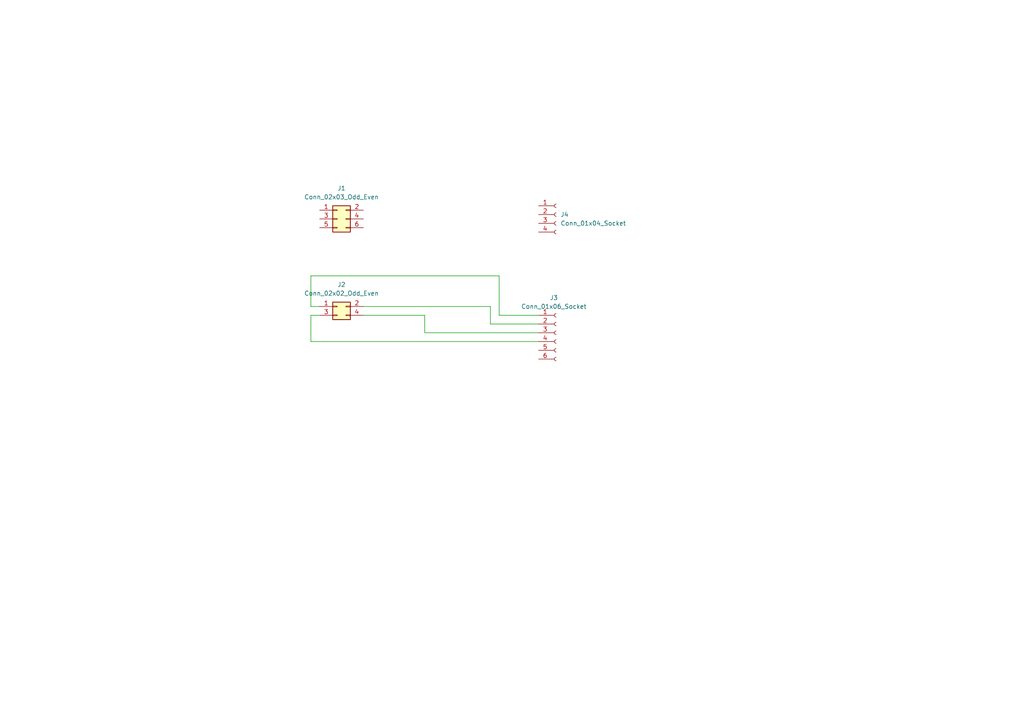
<source format=kicad_sch>
(kicad_sch (version 20230121) (generator eeschema)
  (paper "A4")
  (lib_symbols
    (symbol "Connector:Conn_01x04_Socket" (pin_names (offset 1.016) hide)
      (property "Reference" "J" (at 0 5.08 0))
      (property "Value" "Conn_01x04_Socket" (at 0 -7.62 0))
      (symbol "Conn_01x04_Socket_1_1"
        (arc (start 0 -4.572) (mid -0.5058 -5.08) (end 0 -5.588) (stroke (width 0.1524)))
        (arc (start 0 -2.032) (mid -0.5058 -2.54) (end 0 -3.048) (stroke (width 0.1524)))
        (polyline (pts (xy -1.27 -5.08) (xy -0.508 -5.08)) (stroke (width 0.1524)))
        (polyline (pts (xy -1.27 -2.54) (xy -0.508 -2.54)) (stroke (width 0.1524)))
        (polyline (pts (xy -1.27 0) (xy -0.508 0)) (stroke (width 0.1524)))
        (polyline (pts (xy -1.27 2.54) (xy -0.508 2.54)) (stroke (width 0.1524)))
        (arc (start 0 0.508) (mid -0.5058 0) (end 0 -0.508) (stroke (width 0.1524)))
        (arc (start 0 3.048) (mid -0.5058 2.54) (end 0 2.032) (stroke (width 0.1524)))
        (pin passive line (at -5.08 2.54 0) (length 3.81) (name "Pin_1") (number "1"))
        (pin passive line (at -5.08 0 0) (length 3.81) (name "Pin_2") (number "2"))
        (pin passive line (at -5.08 -2.54 0) (length 3.81) (name "Pin_3") (number "3"))
        (pin passive line (at -5.08 -5.08 0) (length 3.81) (name "Pin_4") (number "4"))
      )
    )
    (symbol "Connector:Conn_01x06_Socket" (pin_names (offset 1.016) hide)
      (property "Reference" "J" (at 0 7.62 0))
      (property "Value" "Conn_01x06_Socket" (at 0 -10.16 0))
      (symbol "Conn_01x06_Socket_1_1"
        (arc (start 0 -7.112) (mid -0.5058 -7.62) (end 0 -8.128) (stroke (width 0.1524)))
        (arc (start 0 -4.572) (mid -0.5058 -5.08) (end 0 -5.588) (stroke (width 0.1524)))
        (arc (start 0 -2.032) (mid -0.5058 -2.54) (end 0 -3.048) (stroke (width 0.1524)))
        (polyline (pts (xy -1.27 -7.62) (xy -0.508 -7.62)) (stroke (width 0.1524)))
        (polyline (pts (xy -1.27 -5.08) (xy -0.508 -5.08)) (stroke (width 0.1524)))
        (polyline (pts (xy -1.27 -2.54) (xy -0.508 -2.54)) (stroke (width 0.1524)))
        (polyline (pts (xy -1.27 0) (xy -0.508 0)) (stroke (width 0.1524)))
        (polyline (pts (xy -1.27 2.54) (xy -0.508 2.54)) (stroke (width 0.1524)))
        (polyline (pts (xy -1.27 5.08) (xy -0.508 5.08)) (stroke (width 0.1524)))
        (arc (start 0 0.508) (mid -0.5058 0) (end 0 -0.508) (stroke (width 0.1524)))
        (arc (start 0 3.048) (mid -0.5058 2.54) (end 0 2.032) (stroke (width 0.1524)))
        (arc (start 0 5.588) (mid -0.5058 5.08) (end 0 4.572) (stroke (width 0.1524)))
        (pin passive line (at -5.08 5.08 0) (length 3.81) (name "Pin_1") (number "1"))
        (pin passive line (at -5.08 2.54 0) (length 3.81) (name "Pin_2") (number "2"))
        (pin passive line (at -5.08 0 0) (length 3.81) (name "Pin_3") (number "3"))
        (pin passive line (at -5.08 -2.54 0) (length 3.81) (name "Pin_4") (number "4"))
        (pin passive line (at -5.08 -5.08 0) (length 3.81) (name "Pin_5") (number "5"))
        (pin passive line (at -5.08 -7.62 0) (length 3.81) (name "Pin_6") (number "6"))
      )
    )
    (symbol "Connector_Generic:Conn_02x02_Odd_Even" (pin_names (offset 1.016) hide)
      (property "Reference" "J" (at 1.27 2.54 0))
      (property "Value" "Conn_02x02_Odd_Even" (at 1.27 -5.08 0))
      (symbol "Conn_02x02_Odd_Even_1_1"
        (rectangle (start -1.27 -2.413) (end 0 -2.667) (stroke (width 0.1524)))
        (rectangle (start -1.27 0.127) (end 0 -0.127) (stroke (width 0.1524)))
        (rectangle (start -1.27 1.27) (end 3.81 -3.81) (stroke (width 0.254)) (fill (type background)))
        (rectangle (start 3.81 -2.413) (end 2.54 -2.667) (stroke (width 0.1524)))
        (rectangle (start 3.81 0.127) (end 2.54 -0.127) (stroke (width 0.1524)))
        (pin passive line (at -5.08 0 0) (length 3.81) (name "Pin_1") (number "1"))
        (pin passive line (at 7.62 0 180) (length 3.81) (name "Pin_2") (number "2"))
        (pin passive line (at -5.08 -2.54 0) (length 3.81) (name "Pin_3") (number "3"))
        (pin passive line (at 7.62 -2.54 180) (length 3.81) (name "Pin_4") (number "4"))
      )
    )
    (symbol "Connector_Generic:Conn_02x03_Odd_Even" (pin_names (offset 1.016) hide)
      (property "Reference" "J" (at 1.27 5.08 0))
      (property "Value" "Conn_02x03_Odd_Even" (at 1.27 -5.08 0))
      (symbol "Conn_02x03_Odd_Even_1_1"
        (rectangle (start -1.27 -2.413) (end 0 -2.667) (stroke (width 0.1524)))
        (rectangle (start -1.27 0.127) (end 0 -0.127) (stroke (width 0.1524)))
        (rectangle (start -1.27 2.667) (end 0 2.413) (stroke (width 0.1524)))
        (rectangle (start -1.27 3.81) (end 3.81 -3.81) (stroke (width 0.254)) (fill (type background)))
        (rectangle (start 3.81 -2.413) (end 2.54 -2.667) (stroke (width 0.1524)))
        (rectangle (start 3.81 0.127) (end 2.54 -0.127) (stroke (width 0.1524)))
        (rectangle (start 3.81 2.667) (end 2.54 2.413) (stroke (width 0.1524)))
        (pin passive line (at -5.08 2.54 0) (length 3.81) (name "Pin_1") (number "1"))
        (pin passive line (at 7.62 2.54 180) (length 3.81) (name "Pin_2") (number "2"))
        (pin passive line (at -5.08 0 0) (length 3.81) (name "Pin_3") (number "3"))
        (pin passive line (at 7.62 0 180) (length 3.81) (name "Pin_4") (number "4"))
        (pin passive line (at -5.08 -2.54 0) (length 3.81) (name "Pin_5") (number "5"))
        (pin passive line (at 7.62 -2.54 180) (length 3.81) (name "Pin_6") (number "6"))
      )
    )
  )
  (wire (pts (xy 90.17 99.06) (xy 90.17 91.44)))
  (wire (pts (xy 90.17 91.44) (xy 92.71 91.44)))
  (wire (pts (xy 156.21 96.52) (xy 123.19 96.52)))
  (wire (pts (xy 90.17 80.01) (xy 144.78 80.01)))
  (wire (pts (xy 92.71 88.9) (xy 90.17 88.9)))
  (wire (pts (xy 144.78 80.01) (xy 144.78 91.44)))
  (wire (pts (xy 90.17 88.9) (xy 90.17 80.01)))
  (wire (pts (xy 123.19 96.52) (xy 123.19 91.44)))
  (wire (pts (xy 156.21 99.06) (xy 90.17 99.06)))
  (wire (pts (xy 123.19 91.44) (xy 105.41 91.44)))
  (wire (pts (xy 156.21 93.98) (xy 142.24 93.98)))
  (wire (pts (xy 142.24 93.98) (xy 142.24 88.9)))
  (wire (pts (xy 142.24 88.9) (xy 105.41 88.9)))
  (wire (pts (xy 144.78 91.44) (xy 156.21 91.44)))
  (symbol (lib_id "Connector:Conn_01x06_Socket") (at 161.29 96.52 0) (unit 1)
    (property "Reference" "J3" (at 160.655 86.36 0))
    (property "Value" "Conn_01x06_Socket" (at 160.655 88.9 0))
  )
  (symbol (lib_id "Connector:Conn_01x04_Socket") (at 161.29 62.23 0) (unit 1)
    (property "Reference" "J4" (at 162.56 62.23 0) (effects (justify left)))
    (property "Value" "Conn_01x04_Socket" (at 162.56 64.77 0) (effects (justify left)))
  )
  (symbol (lib_id "Connector_Generic:Conn_02x02_Odd_Even") (at 97.79 88.9 0) (unit 1)
    (property "Reference" "J2" (at 99.06 82.55 0))
    (property "Value" "Conn_02x02_Odd_Even" (at 99.06 85.09 0))
  )
  (symbol (lib_id "Connector_Generic:Conn_02x03_Odd_Even") (at 97.79 63.5 0) (unit 1)
    (property "Reference" "J1" (at 99.06 54.61 0))
    (property "Value" "Conn_02x03_Odd_Even" (at 99.06 57.15 0))
  )
)
</source>
